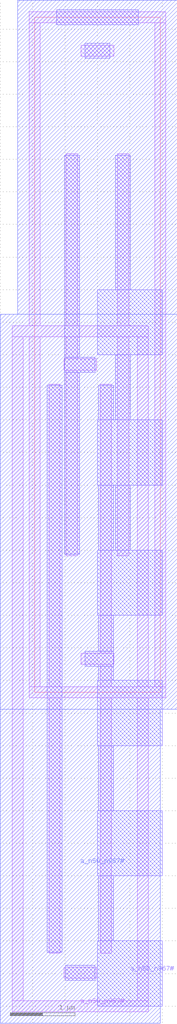
<source format=lef>
MACRO sky130_fd_pr__pfet_01v8_53Y4NB
  CLASS BLOCK ;
  FOREIGN sky130_fd_pr__pfet_01v8_53Y4NB ;
  ORIGIN 0.965 5.180 ;
  SIZE 1.930 BY 10.360 ;
  PIN a_n50_n967#
    ANTENNAGATEAREA 5.146700 ;
    ANTENNADIFFAREA 16.343800 ;
    PORT
      LAYER nwell ;
        RECT -1.230 0.625 1.230 5.445 ;
        RECT -1.495 -5.445 1.230 0.625 ;
        RECT -1.495 -10.265 0.965 -5.445 ;
      LAYER li1 ;
        RECT -1.050 5.095 1.050 5.265 ;
        RECT -1.050 0.445 -0.880 5.095 ;
        RECT -0.480 0.445 -0.310 3.085 ;
        RECT 0.310 0.445 0.480 3.085 ;
        RECT -1.315 0.275 0.785 0.445 ;
        RECT -1.315 -9.915 -1.145 0.275 ;
        RECT -1.050 -5.095 -0.880 0.275 ;
        RECT -0.480 -0.065 -0.310 0.275 ;
        RECT -0.515 -0.235 -0.015 -0.065 ;
        RECT -0.745 -5.095 -0.575 -0.450 ;
        RECT -0.480 -3.085 -0.310 -0.235 ;
        RECT 0.045 -4.585 0.215 -0.450 ;
        RECT 0.310 -3.085 0.480 0.275 ;
        RECT -0.250 -4.755 0.250 -4.585 ;
        RECT 0.045 -5.095 0.215 -4.755 ;
        RECT 0.615 -5.095 0.785 0.275 ;
        RECT 0.880 -5.095 1.050 5.095 ;
        RECT -1.050 -5.265 1.050 -5.095 ;
        RECT -0.745 -9.190 -0.575 -5.265 ;
        RECT 0.045 -9.190 0.215 -5.265 ;
        RECT -0.515 -9.575 -0.015 -9.405 ;
        RECT 0.615 -9.915 0.785 -5.265 ;
        RECT -1.315 -10.085 0.785 -9.915 ;
      LAYER met1 ;
        RECT -0.630 5.065 0.630 5.295 ;
        RECT -0.510 -0.035 -0.280 3.065 ;
        RECT 0.280 1.000 0.510 3.065 ;
        RECT 0.000 0.000 1.000 1.000 ;
        RECT -0.510 -0.265 -0.035 -0.035 ;
        RECT -0.775 -9.170 -0.545 -0.470 ;
        RECT -0.510 -3.065 -0.280 -0.265 ;
        RECT 0.015 -1.000 0.245 -0.470 ;
        RECT 0.280 -1.000 0.510 0.000 ;
        RECT 0.000 -2.000 1.000 -1.000 ;
        RECT 0.015 -3.000 0.245 -2.000 ;
        RECT 0.280 -3.000 0.510 -2.000 ;
        RECT 0.000 -4.000 1.000 -3.000 ;
        RECT 0.015 -4.555 0.245 -4.000 ;
        RECT -0.195 -4.785 0.245 -4.555 ;
        RECT 0.015 -5.000 0.245 -4.785 ;
        RECT 0.000 -6.000 1.000 -5.000 ;
        RECT 0.015 -7.000 0.245 -6.000 ;
        RECT 0.000 -8.000 1.000 -7.000 ;
        RECT 0.015 -9.000 0.245 -8.000 ;
        RECT -0.495 -9.605 -0.035 -9.375 ;
        RECT 0.000 -10.000 1.000 -9.000 ;
    END
  END a_n50_n967#
  OBS
      LAYER li1 ;
        RECT -0.250 4.585 0.250 4.755 ;
      LAYER met1 ;
        RECT -0.195 4.555 0.195 4.785 ;
  END
END sky130_fd_pr__pfet_01v8_53Y4NB
END LIBRARY


</source>
